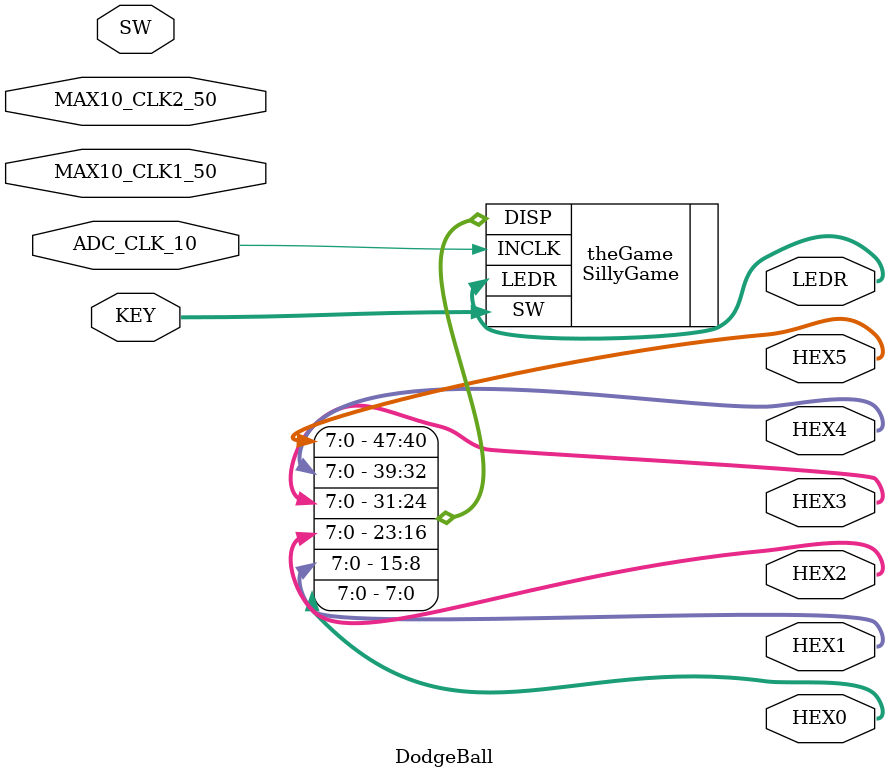
<source format=v>


module DodgeBall(

	//////////// CLOCK //////////
	input 		          		ADC_CLK_10,
	input 		          		MAX10_CLK1_50,
	input 		          		MAX10_CLK2_50,

	//////////// SEG7 //////////
	output		     [7:0]		HEX0,
	output		     [7:0]		HEX1,
	output		     [7:0]		HEX2,
	output		     [7:0]		HEX3,
	output		     [7:0]		HEX4,
	output		     [7:0]		HEX5,

	//////////// KEY //////////
	input 		     [1:0]		KEY,

	//////////// LED //////////
	output		     [9:0]		LEDR,

	//////////// SW //////////
	input 		     [9:0]		SW
);



//=======================================================
//  REG/WIRE declarations
//=======================================================




//=======================================================
//  Structural coding
//=======================================================

SillyGame theGame ( .INCLK(ADC_CLK_10), .SW(KEY), .DISP( { HEX5, HEX4, HEX3, HEX2, HEX1, HEX0 }), .LEDR(LEDR) );

endmodule

</source>
